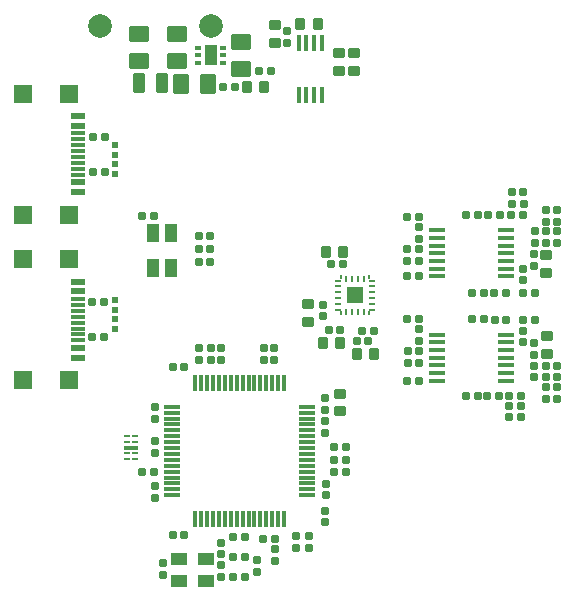
<source format=gbr>
%TF.GenerationSoftware,Altium Limited,Altium Designer,24.2.2 (26)*%
G04 Layer_Color=8421504*
%FSLAX45Y45*%
%MOMM*%
%TF.SameCoordinates,9421A899-AC1A-4384-8821-8213F9677E77*%
%TF.FilePolarity,Positive*%
%TF.FileFunction,Paste,Top*%
%TF.Part,Single*%
G01*
G75*
%TA.AperFunction,SMDPad,CuDef*%
%ADD10R,0.17500X0.40000*%
%ADD11R,0.57500X0.17500*%
%ADD12R,1.40000X1.40000*%
%ADD13R,0.25000X0.60000*%
%ADD14R,0.60000X0.25000*%
G04:AMPARAMS|DCode=15|XSize=0.6mm|YSize=0.7mm|CornerRadius=0.075mm|HoleSize=0mm|Usage=FLASHONLY|Rotation=0.000|XOffset=0mm|YOffset=0mm|HoleType=Round|Shape=RoundedRectangle|*
%AMROUNDEDRECTD15*
21,1,0.60000,0.55000,0,0,0.0*
21,1,0.45000,0.70000,0,0,0.0*
1,1,0.15000,0.22500,-0.27500*
1,1,0.15000,-0.22500,-0.27500*
1,1,0.15000,-0.22500,0.27500*
1,1,0.15000,0.22500,0.27500*
%
%ADD15ROUNDEDRECTD15*%
G04:AMPARAMS|DCode=16|XSize=0.8mm|YSize=1mm|CornerRadius=0.1mm|HoleSize=0mm|Usage=FLASHONLY|Rotation=0.000|XOffset=0mm|YOffset=0mm|HoleType=Round|Shape=RoundedRectangle|*
%AMROUNDEDRECTD16*
21,1,0.80000,0.80000,0,0,0.0*
21,1,0.60000,1.00000,0,0,0.0*
1,1,0.20000,0.30000,-0.40000*
1,1,0.20000,-0.30000,-0.40000*
1,1,0.20000,-0.30000,0.40000*
1,1,0.20000,0.30000,0.40000*
%
%ADD16ROUNDEDRECTD16*%
G04:AMPARAMS|DCode=17|XSize=0.6mm|YSize=0.7mm|CornerRadius=0.075mm|HoleSize=0mm|Usage=FLASHONLY|Rotation=90.000|XOffset=0mm|YOffset=0mm|HoleType=Round|Shape=RoundedRectangle|*
%AMROUNDEDRECTD17*
21,1,0.60000,0.55000,0,0,90.0*
21,1,0.45000,0.70000,0,0,90.0*
1,1,0.15000,0.27500,0.22500*
1,1,0.15000,0.27500,-0.22500*
1,1,0.15000,-0.27500,-0.22500*
1,1,0.15000,-0.27500,0.22500*
%
%ADD17ROUNDEDRECTD17*%
G04:AMPARAMS|DCode=18|XSize=0.8mm|YSize=1mm|CornerRadius=0.1mm|HoleSize=0mm|Usage=FLASHONLY|Rotation=90.000|XOffset=0mm|YOffset=0mm|HoleType=Round|Shape=RoundedRectangle|*
%AMROUNDEDRECTD18*
21,1,0.80000,0.80000,0,0,90.0*
21,1,0.60000,1.00000,0,0,90.0*
1,1,0.20000,0.40000,0.30000*
1,1,0.20000,0.40000,-0.30000*
1,1,0.20000,-0.40000,-0.30000*
1,1,0.20000,-0.40000,0.30000*
%
%ADD18ROUNDEDRECTD18*%
%ADD19R,1.47500X0.30000*%
%ADD20R,0.30000X1.47500*%
G04:AMPARAMS|DCode=21|XSize=1.3mm|YSize=1.1mm|CornerRadius=0.055mm|HoleSize=0mm|Usage=FLASHONLY|Rotation=0.000|XOffset=0mm|YOffset=0mm|HoleType=Round|Shape=RoundedRectangle|*
%AMROUNDEDRECTD21*
21,1,1.30000,0.99000,0,0,0.0*
21,1,1.19000,1.10000,0,0,0.0*
1,1,0.11000,0.59500,-0.49500*
1,1,0.11000,-0.59500,-0.49500*
1,1,0.11000,-0.59500,0.49500*
1,1,0.11000,0.59500,0.49500*
%
%ADD21ROUNDEDRECTD21*%
%ADD23R,0.60000X0.55000*%
%ADD24C,2.00000*%
%ADD25R,0.60000X0.35000*%
%ADD26R,1.10000X1.70000*%
G04:AMPARAMS|DCode=27|XSize=1.4mm|YSize=1.7mm|CornerRadius=0.175mm|HoleSize=0mm|Usage=FLASHONLY|Rotation=270.000|XOffset=0mm|YOffset=0mm|HoleType=Round|Shape=RoundedRectangle|*
%AMROUNDEDRECTD27*
21,1,1.40000,1.35000,0,0,270.0*
21,1,1.05000,1.70000,0,0,270.0*
1,1,0.35000,-0.67500,-0.52500*
1,1,0.35000,-0.67500,0.52500*
1,1,0.35000,0.67500,0.52500*
1,1,0.35000,0.67500,-0.52500*
%
%ADD27ROUNDEDRECTD27*%
G04:AMPARAMS|DCode=28|XSize=1mm|YSize=1.7mm|CornerRadius=0.125mm|HoleSize=0mm|Usage=FLASHONLY|Rotation=0.000|XOffset=0mm|YOffset=0mm|HoleType=Round|Shape=RoundedRectangle|*
%AMROUNDEDRECTD28*
21,1,1.00000,1.45000,0,0,0.0*
21,1,0.75000,1.70000,0,0,0.0*
1,1,0.25000,0.37500,-0.72500*
1,1,0.25000,-0.37500,-0.72500*
1,1,0.25000,-0.37500,0.72500*
1,1,0.25000,0.37500,0.72500*
%
%ADD28ROUNDEDRECTD28*%
G04:AMPARAMS|DCode=29|XSize=1.4mm|YSize=1.7mm|CornerRadius=0.175mm|HoleSize=0mm|Usage=FLASHONLY|Rotation=180.000|XOffset=0mm|YOffset=0mm|HoleType=Round|Shape=RoundedRectangle|*
%AMROUNDEDRECTD29*
21,1,1.40000,1.35000,0,0,180.0*
21,1,1.05000,1.70000,0,0,180.0*
1,1,0.35000,-0.52500,0.67500*
1,1,0.35000,0.52500,0.67500*
1,1,0.35000,0.52500,-0.67500*
1,1,0.35000,-0.52500,-0.67500*
%
%ADD29ROUNDEDRECTD29*%
%TA.AperFunction,ConnectorPad*%
%ADD30R,1.15000X0.60000*%
%ADD31R,1.15000X0.30000*%
%TA.AperFunction,SMDPad,CuDef*%
%ADD32R,1.50000X1.50000*%
%ADD33R,0.45000X1.40000*%
%ADD34R,1.47500X0.45000*%
%TA.AperFunction,TestPad*%
G04:AMPARAMS|DCode=35|XSize=0.2mm|YSize=0.5mm|CornerRadius=0.01mm|HoleSize=0mm|Usage=FLASHONLY|Rotation=90.000|XOffset=0mm|YOffset=0mm|HoleType=Round|Shape=RoundedRectangle|*
%AMROUNDEDRECTD35*
21,1,0.20000,0.48000,0,0,90.0*
21,1,0.18000,0.50000,0,0,90.0*
1,1,0.02000,0.24000,0.09000*
1,1,0.02000,0.24000,-0.09000*
1,1,0.02000,-0.24000,-0.09000*
1,1,0.02000,-0.24000,0.09000*
%
%ADD35ROUNDEDRECTD35*%
G04:AMPARAMS|DCode=36|XSize=0.4mm|YSize=1.2mm|CornerRadius=0.02mm|HoleSize=0mm|Usage=FLASHONLY|Rotation=90.000|XOffset=0mm|YOffset=0mm|HoleType=Round|Shape=RoundedRectangle|*
%AMROUNDEDRECTD36*
21,1,0.40000,1.16000,0,0,90.0*
21,1,0.36000,1.20000,0,0,90.0*
1,1,0.04000,0.58000,0.18000*
1,1,0.04000,0.58000,-0.18000*
1,1,0.04000,-0.58000,-0.18000*
1,1,0.04000,-0.58000,0.18000*
%
%ADD36ROUNDEDRECTD36*%
%TA.AperFunction,SMDPad,CuDef*%
%ADD37R,1.10000X1.50000*%
D10*
X8492670Y8284627D02*
D03*
X8735270Y8584827D02*
D03*
Y8284627D02*
D03*
X8492670Y8584827D02*
D03*
D11*
X8472670Y8556027D02*
D03*
X8755270Y8313427D02*
D03*
X8472670D02*
D03*
X8755270Y8556027D02*
D03*
D12*
X8613970Y8434727D02*
D03*
D13*
X8688970Y8294727D02*
D03*
X8638970D02*
D03*
X8588970D02*
D03*
X8538969D02*
D03*
Y8574727D02*
D03*
X8588970D02*
D03*
X8638970D02*
D03*
X8688970D02*
D03*
D14*
X8473970Y8359726D02*
D03*
Y8409727D02*
D03*
Y8459727D02*
D03*
Y8509727D02*
D03*
X8753970D02*
D03*
Y8459727D02*
D03*
Y8409727D02*
D03*
Y8359726D02*
D03*
D15*
X8390279Y8138100D02*
D03*
X8490279D02*
D03*
X8727220Y8043098D02*
D03*
X8627219D02*
D03*
X8777220Y8130992D02*
D03*
X8677220D02*
D03*
X8412779Y8696389D02*
D03*
X8512779D02*
D03*
X7389000Y8938297D02*
D03*
X7289000D02*
D03*
X7068723Y6407870D02*
D03*
X7168724D02*
D03*
X7681400Y6222133D02*
D03*
X7581400D02*
D03*
X7833705Y6370370D02*
D03*
X7933705D02*
D03*
X7681442Y6384632D02*
D03*
X7581442D02*
D03*
X7068766Y7822870D02*
D03*
X7168766D02*
D03*
X8537221Y6935684D02*
D03*
X8437221D02*
D03*
X8537221Y7145627D02*
D03*
X8437221D02*
D03*
X8537221Y7040656D02*
D03*
X8437221D02*
D03*
X7581140Y6050370D02*
D03*
X7681140D02*
D03*
X6812901Y6940400D02*
D03*
X6912901D02*
D03*
X7496928Y10201105D02*
D03*
X7596928D02*
D03*
X7804428Y10330600D02*
D03*
X7904428D02*
D03*
X6399400Y9775917D02*
D03*
X6499400D02*
D03*
X6396900Y9481600D02*
D03*
X6496900D02*
D03*
X6386900Y8378400D02*
D03*
X6486900D02*
D03*
X6386900Y8079100D02*
D03*
X6486900D02*
D03*
X9552014Y7581992D02*
D03*
X9652014D02*
D03*
X9835483Y7583150D02*
D03*
X9735483D02*
D03*
X9917013Y7401691D02*
D03*
X10017013D02*
D03*
X9917014Y7584162D02*
D03*
X10017014D02*
D03*
X10016999Y7493369D02*
D03*
X9916998D02*
D03*
X10037014Y8221002D02*
D03*
X10137015D02*
D03*
X9895483Y8228454D02*
D03*
X9795483D02*
D03*
X9604499Y8229021D02*
D03*
X9704499D02*
D03*
X9554514Y9116202D02*
D03*
X9654514D02*
D03*
X9842983Y9116440D02*
D03*
X9742983D02*
D03*
X9939514Y9308402D02*
D03*
X10039514D02*
D03*
X9937015Y9115873D02*
D03*
X10037015D02*
D03*
X10040483Y9209159D02*
D03*
X9940483D02*
D03*
X10034514Y8456700D02*
D03*
X10134514D02*
D03*
X9892983Y8456743D02*
D03*
X9792983D02*
D03*
X9604514Y8455730D02*
D03*
X9704514D02*
D03*
X7289009Y8717131D02*
D03*
X7389009D02*
D03*
X7289000Y8827132D02*
D03*
X7389000D02*
D03*
X6908279Y9107868D02*
D03*
X6808279D02*
D03*
X9054700Y7709501D02*
D03*
X9154701D02*
D03*
X9054719Y8230501D02*
D03*
X9154719D02*
D03*
X9057200Y8594501D02*
D03*
X9157200D02*
D03*
X9057198Y9095902D02*
D03*
X9157198D02*
D03*
D16*
X8490278Y8028100D02*
D03*
X8340278D02*
D03*
X8627220Y7933070D02*
D03*
X8777220D02*
D03*
X8515278Y8803860D02*
D03*
X8365278D02*
D03*
X7845572Y10201312D02*
D03*
X7695572D02*
D03*
X8151745Y10729425D02*
D03*
X8301745D02*
D03*
D17*
X8340934Y8255279D02*
D03*
Y8355279D02*
D03*
X7291650Y7986599D02*
D03*
Y7886599D02*
D03*
X7935369Y6183651D02*
D03*
Y6283651D02*
D03*
X7475801Y6339636D02*
D03*
Y6239636D02*
D03*
X7787218Y6093384D02*
D03*
Y6193384D02*
D03*
X7478169Y6052867D02*
D03*
Y6152867D02*
D03*
X7932131Y7886600D02*
D03*
Y7986600D02*
D03*
X7842131Y7886600D02*
D03*
Y7986600D02*
D03*
X7392871D02*
D03*
Y7886600D02*
D03*
X8362132Y7461287D02*
D03*
Y7561287D02*
D03*
X8362101Y7270367D02*
D03*
Y7370367D02*
D03*
X8358240Y6510281D02*
D03*
Y6610281D02*
D03*
X8223295Y6292801D02*
D03*
Y6392801D02*
D03*
X8118323Y6292781D02*
D03*
Y6392781D02*
D03*
X8372100Y6738809D02*
D03*
Y6838809D02*
D03*
X6919600Y7390366D02*
D03*
Y7490366D02*
D03*
X6919600Y7200401D02*
D03*
Y7100401D02*
D03*
X6991701Y6164302D02*
D03*
Y6064302D02*
D03*
X6917869Y6816257D02*
D03*
Y6716257D02*
D03*
X7482871Y7986600D02*
D03*
Y7886600D02*
D03*
X8036637Y10571928D02*
D03*
Y10671928D02*
D03*
X9156398Y7960485D02*
D03*
Y7860485D02*
D03*
X10130435Y7738002D02*
D03*
Y7838002D02*
D03*
X9060501Y7960488D02*
D03*
Y7860488D02*
D03*
X10230592Y7738002D02*
D03*
Y7838002D02*
D03*
X10324300Y7656883D02*
D03*
Y7556883D02*
D03*
X10324324Y7837985D02*
D03*
Y7737985D02*
D03*
X10230599Y7656902D02*
D03*
Y7556902D02*
D03*
X10127986Y7930730D02*
D03*
Y8030730D02*
D03*
X10035921Y8034517D02*
D03*
Y8134517D02*
D03*
X9156357Y8147985D02*
D03*
Y8047985D02*
D03*
X10136301Y8975486D02*
D03*
Y8875486D02*
D03*
X9156272Y8822986D02*
D03*
Y8722986D02*
D03*
X10230600Y8975486D02*
D03*
Y8875486D02*
D03*
X10324300Y9054500D02*
D03*
Y9154500D02*
D03*
X9053591Y8822986D02*
D03*
Y8722986D02*
D03*
X10324300Y8875500D02*
D03*
Y8975500D02*
D03*
X10230600Y9054517D02*
D03*
Y9154517D02*
D03*
X10127011Y8783483D02*
D03*
Y8683483D02*
D03*
X10033284Y8660486D02*
D03*
Y8560486D02*
D03*
X9158067Y9012986D02*
D03*
Y8912986D02*
D03*
D18*
X8218463Y8360279D02*
D03*
Y8210279D02*
D03*
X8487132Y7601331D02*
D03*
Y7451331D02*
D03*
X7935574Y10721662D02*
D03*
Y10571662D02*
D03*
X8474425Y10485701D02*
D03*
Y10335701D02*
D03*
X8601925Y10335700D02*
D03*
Y10485700D02*
D03*
X10235758Y8089518D02*
D03*
Y7939518D02*
D03*
X10233449Y8622985D02*
D03*
Y8772985D02*
D03*
D19*
X7063361Y6740600D02*
D03*
Y6790600D02*
D03*
Y6840600D02*
D03*
Y6890600D02*
D03*
Y6940600D02*
D03*
Y6990600D02*
D03*
Y7040600D02*
D03*
Y7090600D02*
D03*
Y7140600D02*
D03*
Y7190600D02*
D03*
Y7240600D02*
D03*
Y7290600D02*
D03*
Y7340600D02*
D03*
Y7390600D02*
D03*
Y7440600D02*
D03*
Y7490600D02*
D03*
X8210960D02*
D03*
Y7440600D02*
D03*
Y7390600D02*
D03*
Y7340600D02*
D03*
Y7290600D02*
D03*
Y7240600D02*
D03*
Y7190600D02*
D03*
Y7140600D02*
D03*
Y7090600D02*
D03*
Y7040600D02*
D03*
Y6990600D02*
D03*
Y6940600D02*
D03*
Y6890600D02*
D03*
Y6840600D02*
D03*
Y6790600D02*
D03*
Y6740600D02*
D03*
D20*
X7262160Y7689400D02*
D03*
X7312160D02*
D03*
X7362161D02*
D03*
X7412160D02*
D03*
X7462161D02*
D03*
X7512160D02*
D03*
X7562160D02*
D03*
X7612161D02*
D03*
X7662160D02*
D03*
X7712161D02*
D03*
X7762160D02*
D03*
X7812160D02*
D03*
X7862161D02*
D03*
X7912160D02*
D03*
X7962161D02*
D03*
X8012161D02*
D03*
Y6541800D02*
D03*
X7962161D02*
D03*
X7912160D02*
D03*
X7862161D02*
D03*
X7812160D02*
D03*
X7762160D02*
D03*
X7712161D02*
D03*
X7662160D02*
D03*
X7612161D02*
D03*
X7562160D02*
D03*
X7512160D02*
D03*
X7462161D02*
D03*
X7412160D02*
D03*
X7362161D02*
D03*
X7312160D02*
D03*
X7262160D02*
D03*
D21*
X7125755Y6205364D02*
D03*
Y6015364D02*
D03*
X7355755Y6205364D02*
D03*
Y6015364D02*
D03*
D23*
X6579428Y9618473D02*
D03*
Y9703473D02*
D03*
X6579400Y9543500D02*
D03*
Y9458500D02*
D03*
X6581900Y8236870D02*
D03*
Y8398152D02*
D03*
Y8313152D02*
D03*
Y8151870D02*
D03*
D24*
X7391300Y10710000D02*
D03*
X6452500Y10710000D02*
D03*
D25*
X7496281Y10399429D02*
D03*
Y10464429D02*
D03*
Y10529429D02*
D03*
X7286281D02*
D03*
Y10464429D02*
D03*
Y10399429D02*
D03*
D26*
X7391281Y10464429D02*
D03*
D27*
X7108073Y10414673D02*
D03*
Y10643273D02*
D03*
X6788074Y10414700D02*
D03*
Y10643300D02*
D03*
X7650573Y10350100D02*
D03*
Y10578700D02*
D03*
D28*
X6788664Y10228073D02*
D03*
X6978664D02*
D03*
D29*
X7144646Y10226927D02*
D03*
X7373246D02*
D03*
D30*
X6270237Y9949455D02*
D03*
Y9869454D02*
D03*
Y9389454D02*
D03*
Y9309454D02*
D03*
X6270200Y7906954D02*
D03*
Y7986954D02*
D03*
Y8466954D02*
D03*
Y8546954D02*
D03*
D31*
X6270237Y9754454D02*
D03*
Y9654454D02*
D03*
Y9604455D02*
D03*
Y9504454D02*
D03*
Y9454455D02*
D03*
Y9554454D02*
D03*
Y9704455D02*
D03*
Y9804454D02*
D03*
X6270200Y8401954D02*
D03*
Y8301954D02*
D03*
Y8151954D02*
D03*
Y8051954D02*
D03*
Y8101954D02*
D03*
Y8201954D02*
D03*
Y8251954D02*
D03*
Y8351954D02*
D03*
D32*
X6196237Y10141454D02*
D03*
Y9117454D02*
D03*
X5799237D02*
D03*
Y10141454D02*
D03*
X5799200Y8738954D02*
D03*
Y7714954D02*
D03*
X6196200D02*
D03*
Y8738954D02*
D03*
D33*
X8135730Y10573064D02*
D03*
X8200730D02*
D03*
X8265730D02*
D03*
X8330730D02*
D03*
Y10133064D02*
D03*
X8265730D02*
D03*
X8200730D02*
D03*
X8135730D02*
D03*
D34*
X9894263Y7709523D02*
D03*
Y7774523D02*
D03*
Y7839523D02*
D03*
Y7904523D02*
D03*
Y7969524D02*
D03*
Y8034523D02*
D03*
Y8099524D02*
D03*
X9306663D02*
D03*
Y8034523D02*
D03*
Y7969524D02*
D03*
Y7904523D02*
D03*
Y7839523D02*
D03*
Y7774523D02*
D03*
Y7709523D02*
D03*
X9892553Y8594523D02*
D03*
Y8659523D02*
D03*
Y8724523D02*
D03*
Y8789523D02*
D03*
Y8854524D02*
D03*
Y8919523D02*
D03*
Y8984524D02*
D03*
X9304953D02*
D03*
Y8919523D02*
D03*
Y8854524D02*
D03*
Y8789523D02*
D03*
Y8724523D02*
D03*
Y8659523D02*
D03*
Y8594523D02*
D03*
D35*
X6679802Y7045000D02*
D03*
X6749802D02*
D03*
X6679802Y7095000D02*
D03*
X6749802D02*
D03*
X6679802Y7195000D02*
D03*
Y7245000D02*
D03*
X6749802D02*
D03*
Y7195000D02*
D03*
D36*
X6714802Y7145000D02*
D03*
D37*
X6906487Y8964638D02*
D03*
Y8664638D02*
D03*
X7056487D02*
D03*
Y8964638D02*
D03*
%TF.MD5,74939efe91ccb2694cea2bbfd0f2d562*%
M02*

</source>
